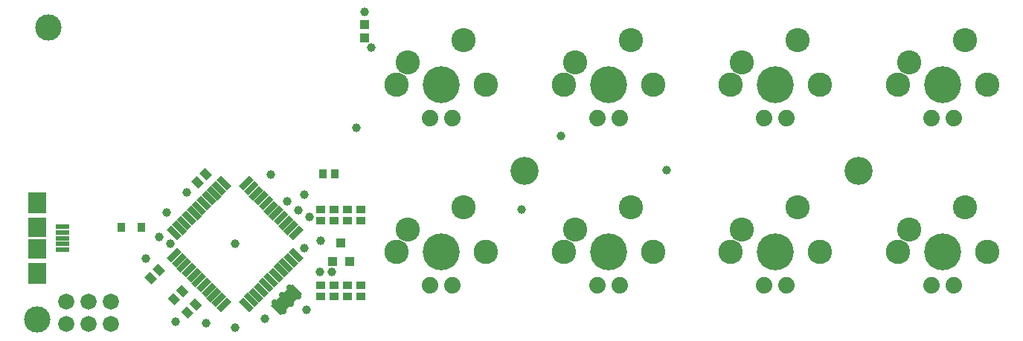
<source format=gts>
G75*
%MOIN*%
%OFA0B0*%
%FSLAX25Y25*%
%IPPOS*%
%LPD*%
%AMOC8*
5,1,8,0,0,1.08239X$1,22.5*
%
%ADD10C,0.12611*%
%ADD11C,0.11824*%
%ADD12R,0.06706X0.02769*%
%ADD13R,0.02769X0.06706*%
%ADD14C,0.07200*%
%ADD15R,0.03556X0.04343*%
%ADD16C,0.02572*%
%ADD17R,0.13760X0.06040*%
%ADD18R,0.06312X0.02375*%
%ADD19R,0.08280X0.08674*%
%ADD20R,0.08280X0.09461*%
%ADD21R,0.03280X0.04068*%
%ADD22R,0.03950X0.04343*%
%ADD23C,0.10800*%
%ADD24C,0.10924*%
%ADD25C,0.16550*%
%ADD26C,0.07400*%
%ADD27R,0.04343X0.03556*%
%ADD28R,0.03950X0.03950*%
%ADD29C,0.03900*%
D10*
X0241850Y0077401D03*
X0391457Y0077401D03*
D11*
X0023516Y0010567D03*
X0028472Y0141598D03*
D12*
G36*
X0120332Y0073272D02*
X0115591Y0068531D01*
X0113634Y0070488D01*
X0118375Y0075229D01*
X0120332Y0073272D01*
G37*
G36*
X0122560Y0071045D02*
X0117819Y0066304D01*
X0115862Y0068261D01*
X0120603Y0073002D01*
X0122560Y0071045D01*
G37*
G36*
X0124787Y0068818D02*
X0120046Y0064077D01*
X0118089Y0066034D01*
X0122830Y0070775D01*
X0124787Y0068818D01*
G37*
G36*
X0127014Y0066591D02*
X0122273Y0061850D01*
X0120316Y0063807D01*
X0125057Y0068548D01*
X0127014Y0066591D01*
G37*
G36*
X0129241Y0064364D02*
X0124500Y0059623D01*
X0122543Y0061580D01*
X0127284Y0066321D01*
X0129241Y0064364D01*
G37*
G36*
X0131468Y0062137D02*
X0126727Y0057396D01*
X0124770Y0059353D01*
X0129511Y0064094D01*
X0131468Y0062137D01*
G37*
G36*
X0133695Y0059910D02*
X0128954Y0055169D01*
X0126997Y0057126D01*
X0131738Y0061867D01*
X0133695Y0059910D01*
G37*
G36*
X0135922Y0057683D02*
X0131181Y0052942D01*
X0129224Y0054899D01*
X0133965Y0059640D01*
X0135922Y0057683D01*
G37*
G36*
X0138149Y0055455D02*
X0133408Y0050714D01*
X0131451Y0052671D01*
X0136192Y0057412D01*
X0138149Y0055455D01*
G37*
G36*
X0140376Y0053228D02*
X0135635Y0048487D01*
X0133678Y0050444D01*
X0138419Y0055185D01*
X0140376Y0053228D01*
G37*
G36*
X0142604Y0051001D02*
X0137863Y0046260D01*
X0135906Y0048217D01*
X0140647Y0052958D01*
X0142604Y0051001D01*
G37*
G36*
X0092494Y0036525D02*
X0087753Y0031784D01*
X0085796Y0033741D01*
X0090537Y0038482D01*
X0092494Y0036525D01*
G37*
G36*
X0090266Y0038752D02*
X0085525Y0034011D01*
X0083568Y0035968D01*
X0088309Y0040709D01*
X0090266Y0038752D01*
G37*
G36*
X0088039Y0040979D02*
X0083298Y0036238D01*
X0081341Y0038195D01*
X0086082Y0042936D01*
X0088039Y0040979D01*
G37*
G36*
X0094721Y0034298D02*
X0089980Y0029557D01*
X0088023Y0031514D01*
X0092764Y0036255D01*
X0094721Y0034298D01*
G37*
G36*
X0096948Y0032071D02*
X0092207Y0027330D01*
X0090250Y0029287D01*
X0094991Y0034028D01*
X0096948Y0032071D01*
G37*
G36*
X0099175Y0029844D02*
X0094434Y0025103D01*
X0092477Y0027060D01*
X0097218Y0031801D01*
X0099175Y0029844D01*
G37*
G36*
X0101402Y0027617D02*
X0096661Y0022876D01*
X0094704Y0024833D01*
X0099445Y0029574D01*
X0101402Y0027617D01*
G37*
G36*
X0103629Y0025390D02*
X0098888Y0020649D01*
X0096931Y0022606D01*
X0101672Y0027347D01*
X0103629Y0025390D01*
G37*
G36*
X0105856Y0023162D02*
X0101115Y0018421D01*
X0099158Y0020378D01*
X0103899Y0025119D01*
X0105856Y0023162D01*
G37*
G36*
X0108083Y0020935D02*
X0103342Y0016194D01*
X0101385Y0018151D01*
X0106126Y0022892D01*
X0108083Y0020935D01*
G37*
G36*
X0110310Y0018708D02*
X0105569Y0013967D01*
X0103612Y0015924D01*
X0108353Y0020665D01*
X0110310Y0018708D01*
G37*
D13*
G36*
X0120332Y0015924D02*
X0118375Y0013967D01*
X0113634Y0018708D01*
X0115591Y0020665D01*
X0120332Y0015924D01*
G37*
G36*
X0122560Y0018151D02*
X0120603Y0016194D01*
X0115862Y0020935D01*
X0117819Y0022892D01*
X0122560Y0018151D01*
G37*
G36*
X0124787Y0020378D02*
X0122830Y0018421D01*
X0118089Y0023162D01*
X0120046Y0025119D01*
X0124787Y0020378D01*
G37*
G36*
X0127014Y0022606D02*
X0125057Y0020649D01*
X0120316Y0025390D01*
X0122273Y0027347D01*
X0127014Y0022606D01*
G37*
G36*
X0129241Y0024833D02*
X0127284Y0022876D01*
X0122543Y0027617D01*
X0124500Y0029574D01*
X0129241Y0024833D01*
G37*
G36*
X0131468Y0027060D02*
X0129511Y0025103D01*
X0124770Y0029844D01*
X0126727Y0031801D01*
X0131468Y0027060D01*
G37*
G36*
X0133695Y0029287D02*
X0131738Y0027330D01*
X0126997Y0032071D01*
X0128954Y0034028D01*
X0133695Y0029287D01*
G37*
G36*
X0135922Y0031514D02*
X0133965Y0029557D01*
X0129224Y0034298D01*
X0131181Y0036255D01*
X0135922Y0031514D01*
G37*
G36*
X0138149Y0033741D02*
X0136192Y0031784D01*
X0131451Y0036525D01*
X0133408Y0038482D01*
X0138149Y0033741D01*
G37*
G36*
X0140376Y0035968D02*
X0138419Y0034011D01*
X0133678Y0038752D01*
X0135635Y0040709D01*
X0140376Y0035968D01*
G37*
G36*
X0142604Y0038195D02*
X0140647Y0036238D01*
X0135906Y0040979D01*
X0137863Y0042936D01*
X0142604Y0038195D01*
G37*
G36*
X0092494Y0052671D02*
X0090537Y0050714D01*
X0085796Y0055455D01*
X0087753Y0057412D01*
X0092494Y0052671D01*
G37*
G36*
X0090266Y0050444D02*
X0088309Y0048487D01*
X0083568Y0053228D01*
X0085525Y0055185D01*
X0090266Y0050444D01*
G37*
G36*
X0088039Y0048217D02*
X0086082Y0046260D01*
X0081341Y0051001D01*
X0083298Y0052958D01*
X0088039Y0048217D01*
G37*
G36*
X0094721Y0054899D02*
X0092764Y0052942D01*
X0088023Y0057683D01*
X0089980Y0059640D01*
X0094721Y0054899D01*
G37*
G36*
X0096948Y0057126D02*
X0094991Y0055169D01*
X0090250Y0059910D01*
X0092207Y0061867D01*
X0096948Y0057126D01*
G37*
G36*
X0099175Y0059353D02*
X0097218Y0057396D01*
X0092477Y0062137D01*
X0094434Y0064094D01*
X0099175Y0059353D01*
G37*
G36*
X0101402Y0061580D02*
X0099445Y0059623D01*
X0094704Y0064364D01*
X0096661Y0066321D01*
X0101402Y0061580D01*
G37*
G36*
X0103629Y0063807D02*
X0101672Y0061850D01*
X0096931Y0066591D01*
X0098888Y0068548D01*
X0103629Y0063807D01*
G37*
G36*
X0105856Y0066034D02*
X0103899Y0064077D01*
X0099158Y0068818D01*
X0101115Y0070775D01*
X0105856Y0066034D01*
G37*
G36*
X0108083Y0068261D02*
X0106126Y0066304D01*
X0101385Y0071045D01*
X0103342Y0073002D01*
X0108083Y0068261D01*
G37*
G36*
X0110310Y0070488D02*
X0108353Y0068531D01*
X0103612Y0073272D01*
X0105569Y0075229D01*
X0110310Y0070488D01*
G37*
D14*
X0056472Y0018598D03*
X0046472Y0018598D03*
X0036472Y0018598D03*
X0036472Y0008598D03*
X0046472Y0008598D03*
X0056472Y0008598D03*
D15*
G36*
X0081871Y0020066D02*
X0084386Y0022581D01*
X0087455Y0019512D01*
X0084940Y0016997D01*
X0081871Y0020066D01*
G37*
G36*
X0085490Y0023685D02*
X0088005Y0026200D01*
X0091074Y0023131D01*
X0088559Y0020616D01*
X0085490Y0023685D01*
G37*
G36*
X0091490Y0017685D02*
X0094005Y0020200D01*
X0097074Y0017131D01*
X0094559Y0014616D01*
X0091490Y0017685D01*
G37*
G36*
X0087871Y0014066D02*
X0090386Y0016581D01*
X0093455Y0013512D01*
X0090940Y0010997D01*
X0087871Y0014066D01*
G37*
G36*
X0071371Y0029566D02*
X0073886Y0032081D01*
X0076955Y0029012D01*
X0074440Y0026497D01*
X0071371Y0029566D01*
G37*
G36*
X0074990Y0033185D02*
X0077505Y0035700D01*
X0080574Y0032631D01*
X0078059Y0030116D01*
X0074990Y0033185D01*
G37*
G36*
X0092371Y0072566D02*
X0094886Y0075081D01*
X0097955Y0072012D01*
X0095440Y0069497D01*
X0092371Y0072566D01*
G37*
G36*
X0095990Y0076185D02*
X0098505Y0078700D01*
X0101574Y0075631D01*
X0099059Y0073116D01*
X0095990Y0076185D01*
G37*
X0151413Y0076098D03*
X0156531Y0076098D03*
D16*
X0136288Y0024964D02*
X0140338Y0020914D01*
X0136997Y0017573D02*
X0132947Y0021623D01*
X0129607Y0018283D02*
X0133657Y0014233D01*
D17*
G36*
X0127972Y0016883D02*
X0137701Y0026612D01*
X0141972Y0022341D01*
X0132243Y0012612D01*
X0127972Y0016883D01*
G37*
D18*
X0034693Y0041980D03*
X0034693Y0044539D03*
X0034693Y0047098D03*
X0034693Y0049657D03*
X0034693Y0052216D03*
D19*
X0023472Y0052020D03*
X0023472Y0042177D03*
D20*
X0023472Y0031350D03*
X0023472Y0062846D03*
D21*
X0060945Y0052098D03*
X0070000Y0052098D03*
D22*
X0155732Y0036661D03*
X0163213Y0036661D03*
X0159472Y0044929D03*
D23*
X0189449Y0051094D03*
X0214449Y0061094D03*
X0264252Y0051094D03*
X0289252Y0061094D03*
X0339055Y0051094D03*
X0364055Y0061094D03*
X0413858Y0051094D03*
X0438858Y0061094D03*
X0413858Y0125898D03*
X0438858Y0135898D03*
X0364055Y0135898D03*
X0339055Y0125898D03*
X0289252Y0135898D03*
X0264252Y0125898D03*
X0214449Y0135898D03*
X0189449Y0125898D03*
D24*
X0184449Y0115898D03*
X0224449Y0115898D03*
X0259252Y0115898D03*
X0299252Y0115898D03*
X0334055Y0115898D03*
X0374055Y0115898D03*
X0408858Y0115898D03*
X0448858Y0115898D03*
X0448858Y0041094D03*
X0408858Y0041094D03*
X0374055Y0041094D03*
X0334055Y0041094D03*
X0299252Y0041094D03*
X0259252Y0041094D03*
X0224449Y0041094D03*
X0184449Y0041094D03*
D25*
X0204449Y0041094D03*
X0279252Y0041094D03*
X0354055Y0041094D03*
X0428858Y0041094D03*
X0428858Y0115898D03*
X0354055Y0115898D03*
X0279252Y0115898D03*
X0204449Y0115898D03*
D26*
X0209449Y0100898D03*
X0199449Y0100898D03*
X0274252Y0100898D03*
X0284252Y0100898D03*
X0349055Y0100898D03*
X0359055Y0100898D03*
X0423858Y0100898D03*
X0433858Y0100898D03*
X0433858Y0026094D03*
X0423858Y0026094D03*
X0359055Y0026094D03*
X0349055Y0026094D03*
X0284252Y0026094D03*
X0274252Y0026094D03*
X0209449Y0026094D03*
X0199449Y0026094D03*
D27*
X0168472Y0026157D03*
X0162472Y0026157D03*
X0156472Y0026157D03*
X0150472Y0026157D03*
X0150472Y0021039D03*
X0156472Y0021039D03*
X0162472Y0021039D03*
X0168472Y0021039D03*
X0168472Y0055039D03*
X0162472Y0055039D03*
X0156472Y0055039D03*
X0150472Y0055039D03*
X0150472Y0060157D03*
X0156472Y0060157D03*
X0162472Y0060157D03*
X0168472Y0060157D03*
D28*
X0169972Y0137146D03*
X0169972Y0143051D03*
D29*
X0169972Y0148598D03*
X0172972Y0132598D03*
X0166472Y0096598D03*
X0127972Y0075598D03*
X0142972Y0066598D03*
X0135472Y0063598D03*
X0140472Y0059598D03*
X0145472Y0056598D03*
X0150472Y0046098D03*
X0142972Y0042598D03*
X0111972Y0044598D03*
X0082972Y0044598D03*
X0077972Y0047598D03*
X0071972Y0038098D03*
X0081472Y0058598D03*
X0090472Y0067598D03*
X0149972Y0032098D03*
X0155472Y0032098D03*
X0143972Y0015098D03*
X0125472Y0011098D03*
X0111972Y0007098D03*
X0098972Y0009098D03*
X0085472Y0009598D03*
X0240472Y0060098D03*
X0305472Y0077598D03*
X0257972Y0093098D03*
M02*

</source>
